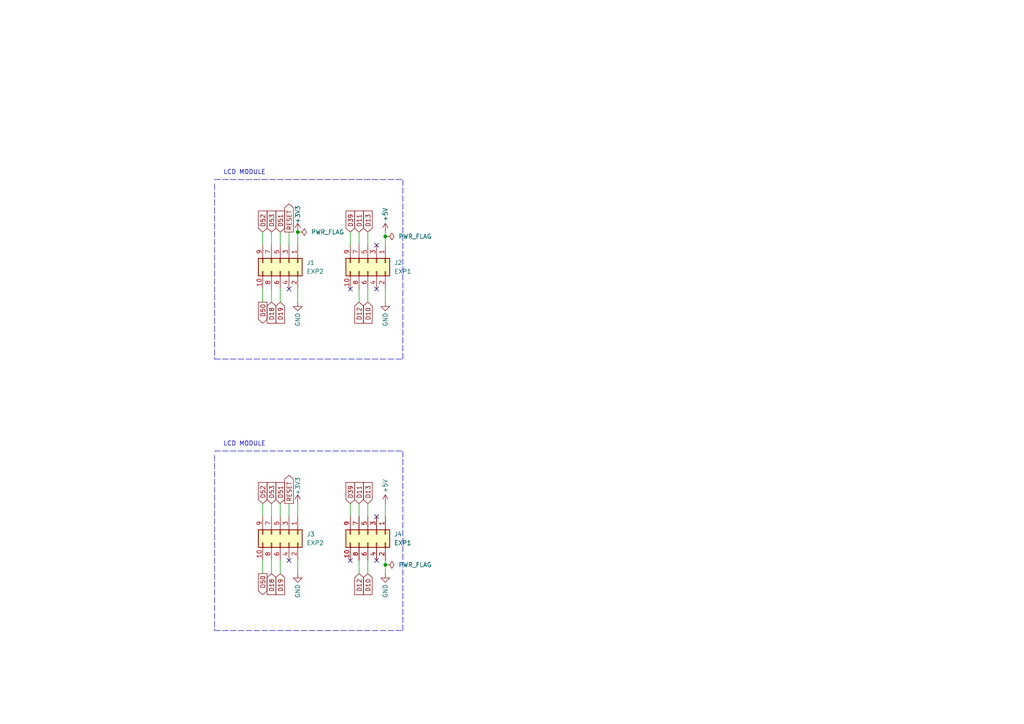
<source format=kicad_sch>
(kicad_sch (version 20210621) (generator eeschema)
  (paper "A4")
  (title_block (title "LCD Adapter") (date "2021-11-22") (rev "V1"))
  (lib_symbols
    (symbol "Connector_Generic:Conn_02x05_Odd_Even" (pin_names (offset 1.016) hide)
      (property "Reference" "J" (at 1.27 7.62 0))
      (property "Value" "Conn_02x05_Odd_Even" (at 1.27 -7.62 0))
      (symbol "Conn_02x05_Odd_Even_1_1"
        (rectangle (start -1.27 -4.953) (end 0 -5.207) (stroke (width 0.1524)))
        (rectangle (start -1.27 -2.413) (end 0 -2.667) (stroke (width 0.1524)))
        (rectangle (start -1.27 0.127) (end 0 -0.127) (stroke (width 0.1524)))
        (rectangle (start -1.27 2.667) (end 0 2.413) (stroke (width 0.1524)))
        (rectangle (start -1.27 5.207) (end 0 4.953) (stroke (width 0.1524)))
        (rectangle (start -1.27 6.35) (end 3.81 -6.35) (stroke (width 0.254)) (fill (type background)))
        (rectangle (start 3.81 -4.953) (end 2.54 -5.207) (stroke (width 0.1524)))
        (rectangle (start 3.81 -2.413) (end 2.54 -2.667) (stroke (width 0.1524)))
        (rectangle (start 3.81 0.127) (end 2.54 -0.127) (stroke (width 0.1524)))
        (rectangle (start 3.81 2.667) (end 2.54 2.413) (stroke (width 0.1524)))
        (rectangle (start 3.81 5.207) (end 2.54 4.953) (stroke (width 0.1524)))
        (pin passive line (at -5.08 5.08 0) (length 3.81) (name "Pin_1") (number "1"))
        (pin passive line (at 7.62 -5.08 180) (length 3.81) (name "Pin_10") (number "10"))
        (pin passive line (at 7.62 5.08 180) (length 3.81) (name "Pin_2") (number "2"))
        (pin passive line (at -5.08 2.54 0) (length 3.81) (name "Pin_3") (number "3"))
        (pin passive line (at 7.62 2.54 180) (length 3.81) (name "Pin_4") (number "4"))
        (pin passive line (at -5.08 0 0) (length 3.81) (name "Pin_5") (number "5"))
        (pin passive line (at 7.62 0 180) (length 3.81) (name "Pin_6") (number "6"))
        (pin passive line (at -5.08 -2.54 0) (length 3.81) (name "Pin_7") (number "7"))
        (pin passive line (at 7.62 -2.54 180) (length 3.81) (name "Pin_8") (number "8"))
        (pin passive line (at -5.08 -5.08 0) (length 3.81) (name "Pin_9") (number "9"))
      )
    )
    (symbol "power:+3.3V" (power) (pin_names (offset 0))
      (property "Value" "+3.3V" (at 0 3.556 0))
      (symbol "+3.3V_0_1"
        (polyline (pts (xy -0.762 1.27) (xy 0 2.54)))
        (polyline (pts (xy 0 0) (xy 0 2.54)))
        (polyline (pts (xy 0 2.54) (xy 0.762 1.27)))
      )
      (symbol "+3.3V_1_1"
        (pin power_in line (at 0 0 90) (length 0) hide (name "+3V3") (number "1"))
      )
    )
    (symbol "power:+5V" (power) (pin_names (offset 0))
      (property "Value" "+5V" (at 0 3.556 0))
      (symbol "+5V_0_1"
        (polyline (pts (xy -0.762 1.27) (xy 0 2.54)))
        (polyline (pts (xy 0 0) (xy 0 2.54)))
        (polyline (pts (xy 0 2.54) (xy 0.762 1.27)))
      )
      (symbol "+5V_1_1"
        (pin power_in line (at 0 0 90) (length 0) hide (name "+5V") (number "1"))
      )
    )
    (symbol "power:GND" (power) (pin_names (offset 0))
      (property "Value" "GND" (at 0 -3.81 0))
      (symbol "GND_0_1"
        (polyline (pts (xy 0 0) (xy 0 -1.27) (xy 1.27 -1.27) (xy 0 -2.54) (xy -1.27 -1.27) (xy 0 -1.27)))
      )
      (symbol "GND_1_1"
        (pin power_in line (at 0 0 270) (length 0) hide (name "GND") (number "1"))
      )
    )
    (symbol "power:PWR_FLAG" (power) (pin_numbers hide) (pin_names (offset 0) hide)
      (property "Value" "PWR_FLAG" (at 0 3.81 0))
      (symbol "PWR_FLAG_0_0"
        (pin power_out line (at 0 0 90) (length 0) (name "pwr") (number "1"))
      )
      (symbol "PWR_FLAG_0_1"
        (polyline (pts (xy 0 0) (xy 0 1.27) (xy -1.016 1.905) (xy 0 2.54) (xy 1.016 1.905) (xy 0 1.27)))
      )
    )
  )
  (junction (at 86.36 67.31))
  (junction (at 111.76 68.58))
  (junction (at 111.76 163.83))
  (no_connect (at 83.82 83.82))
  (no_connect (at 83.82 162.56))
  (no_connect (at 101.6 83.82))
  (no_connect (at 101.6 162.56))
  (no_connect (at 109.22 71.12))
  (no_connect (at 109.22 83.82))
  (no_connect (at 109.22 149.86))
  (no_connect (at 109.22 162.56))
  (wire (pts (xy 76.2 67.31) (xy 76.2 71.12)))
  (wire (pts (xy 76.2 83.82) (xy 76.2 87.63)))
  (wire (pts (xy 76.2 146.05) (xy 76.2 149.86)))
  (wire (pts (xy 76.2 162.56) (xy 76.2 166.37)))
  (wire (pts (xy 78.74 67.31) (xy 78.74 71.12)))
  (wire (pts (xy 78.74 83.82) (xy 78.74 87.63)))
  (wire (pts (xy 78.74 146.05) (xy 78.74 149.86)))
  (wire (pts (xy 78.74 162.56) (xy 78.74 166.37)))
  (wire (pts (xy 81.28 67.31) (xy 81.28 71.12)))
  (wire (pts (xy 81.28 83.82) (xy 81.28 87.63)))
  (wire (pts (xy 81.28 146.05) (xy 81.28 149.86)))
  (wire (pts (xy 81.28 162.56) (xy 81.28 166.37)))
  (wire (pts (xy 83.82 67.31) (xy 83.82 71.12)))
  (wire (pts (xy 83.82 146.05) (xy 83.82 149.86)))
  (wire (pts (xy 86.36 67.31) (xy 86.36 71.12)))
  (wire (pts (xy 86.36 83.82) (xy 86.36 87.63)))
  (wire (pts (xy 86.36 146.05) (xy 86.36 149.86)))
  (wire (pts (xy 86.36 162.56) (xy 86.36 166.37)))
  (wire (pts (xy 101.6 67.31) (xy 101.6 71.12)))
  (wire (pts (xy 101.6 146.05) (xy 101.6 149.86)))
  (wire (pts (xy 104.14 67.31) (xy 104.14 71.12)))
  (wire (pts (xy 104.14 83.82) (xy 104.14 87.63)))
  (wire (pts (xy 104.14 146.05) (xy 104.14 149.86)))
  (wire (pts (xy 104.14 162.56) (xy 104.14 166.37)))
  (wire (pts (xy 106.68 67.31) (xy 106.68 71.12)))
  (wire (pts (xy 106.68 83.82) (xy 106.68 87.63)))
  (wire (pts (xy 106.68 146.05) (xy 106.68 149.86)))
  (wire (pts (xy 106.68 162.56) (xy 106.68 166.37)))
  (wire (pts (xy 111.76 67.31) (xy 111.76 68.58)))
  (wire (pts (xy 111.76 68.58) (xy 111.76 71.12)))
  (wire (pts (xy 111.76 83.82) (xy 111.76 87.63)))
  (wire (pts (xy 111.76 146.05) (xy 111.76 149.86)))
  (wire (pts (xy 111.76 162.56) (xy 111.76 163.83)))
  (wire (pts (xy 111.76 163.83) (xy 111.76 166.37)))
  (polyline (pts (xy 62.23 52.07) (xy 116.84 52.07)))
  (polyline (pts (xy 62.23 53.34) (xy 62.23 104.14)))
  (polyline (pts (xy 62.23 104.14) (xy 116.84 104.14)))
  (polyline (pts (xy 62.23 130.81) (xy 116.84 130.81)))
  (polyline (pts (xy 62.23 132.08) (xy 62.23 182.88)))
  (polyline (pts (xy 62.23 182.88) (xy 116.84 182.88)))
  (polyline (pts (xy 116.84 104.14) (xy 116.84 52.07)))
  (polyline (pts (xy 116.84 182.88) (xy 116.84 130.81)))
  (text "LCD MODULE" (at 64.77 50.8 0) (effects (font (size 1.27 1.27)) (justify left bottom)))
  (text "LCD MODULE" (at 64.77 129.54 0) (effects (font (size 1.27 1.27)) (justify left bottom)))
  (global_label "D52" (shape input) (at 76.2 67.31 90) (property "Intersheet References" "${INTERSHEET_REFS}" (effects hide)))
  (global_label "D50" (shape output) (at 76.2 87.63 270) (property "Intersheet References" "${INTERSHEET_REFS}" (effects hide)))
  (global_label "D52" (shape input) (at 76.2 146.05 90) (property "Intersheet References" "${INTERSHEET_REFS}" (effects hide)))
  (global_label "D50" (shape output) (at 76.2 166.37 270) (property "Intersheet References" "${INTERSHEET_REFS}" (effects hide)))
  (global_label "D53" (shape input) (at 78.74 67.31 90) (property "Intersheet References" "${INTERSHEET_REFS}" (effects hide)))
  (global_label "D18" (shape input) (at 78.74 87.63 270) (property "Intersheet References" "${INTERSHEET_REFS}" (effects hide)))
  (global_label "D53" (shape input) (at 78.74 146.05 90) (property "Intersheet References" "${INTERSHEET_REFS}" (effects hide)))
  (global_label "D18" (shape input) (at 78.74 166.37 270) (property "Intersheet References" "${INTERSHEET_REFS}" (effects hide)))
  (global_label "D51" (shape input) (at 81.28 67.31 90) (property "Intersheet References" "${INTERSHEET_REFS}" (effects hide)))
  (global_label "D19" (shape input) (at 81.28 87.63 270) (property "Intersheet References" "${INTERSHEET_REFS}" (effects hide)))
  (global_label "D51" (shape input) (at 81.28 146.05 90) (property "Intersheet References" "${INTERSHEET_REFS}" (effects hide)))
  (global_label "D19" (shape input) (at 81.28 166.37 270) (property "Intersheet References" "${INTERSHEET_REFS}" (effects hide)))
  (global_label "RESET" (shape output) (at 83.82 67.31 90) (property "Intersheet References" "${INTERSHEET_REFS}" (effects hide)))
  (global_label "RESET" (shape output) (at 83.82 146.05 90) (property "Intersheet References" "${INTERSHEET_REFS}" (effects hide)))
  (global_label "D39" (shape input) (at 101.6 67.31 90) (property "Intersheet References" "${INTERSHEET_REFS}" (effects hide)))
  (global_label "D39" (shape input) (at 101.6 146.05 90) (property "Intersheet References" "${INTERSHEET_REFS}" (effects hide)))
  (global_label "D11" (shape input) (at 104.14 67.31 90) (property "Intersheet References" "${INTERSHEET_REFS}" (effects hide)))
  (global_label "D12" (shape input) (at 104.14 87.63 270) (property "Intersheet References" "${INTERSHEET_REFS}" (effects hide)))
  (global_label "D11" (shape input) (at 104.14 146.05 90) (property "Intersheet References" "${INTERSHEET_REFS}" (effects hide)))
  (global_label "D12" (shape input) (at 104.14 166.37 270) (property "Intersheet References" "${INTERSHEET_REFS}" (effects hide)))
  (global_label "D13" (shape input) (at 106.68 67.31 90) (property "Intersheet References" "${INTERSHEET_REFS}" (effects hide)))
  (global_label "D10" (shape input) (at 106.68 87.63 270) (property "Intersheet References" "${INTERSHEET_REFS}" (effects hide)))
  (global_label "D13" (shape input) (at 106.68 146.05 90) (property "Intersheet References" "${INTERSHEET_REFS}" (effects hide)))
  (global_label "D10" (shape input) (at 106.68 166.37 270) (property "Intersheet References" "${INTERSHEET_REFS}" (effects hide)))
  (symbol (lib_id "power:+3.3V") (at 86.36 67.31 0) (unit 1)
    (property "Reference" "#PWR01" (effects hide))
    (property "Value" "+3.3V" (at 86.36 62.23 90))
  )
  (symbol (lib_id "power:+3.3V") (at 86.36 146.05 0) (unit 1)
    (property "Reference" "#PWR03" (effects hide))
    (property "Value" "+3.3V" (at 86.36 140.97 90))
  )
  (symbol (lib_id "power:+5V") (at 111.76 67.31 0) (unit 1)
    (property "Reference" "#PWR05" (effects hide))
    (property "Value" "+5V" (at 111.76 62.23 90))
  )
  (symbol (lib_id "power:+5V") (at 111.76 146.05 0) (unit 1)
    (property "Reference" "#PWR07" (effects hide))
    (property "Value" "+5V" (at 111.76 140.97 90))
  )
  (symbol (lib_id "power:PWR_FLAG") (at 86.36 67.31 270) (unit 1)
    (property "Reference" "#FLG01" (effects hide))
    (property "Value" "PWR_FLAG" (at 90.17 67.3099 90) (effects (justify left)))
  )
  (symbol (lib_id "power:PWR_FLAG") (at 111.76 68.58 270) (unit 1)
    (property "Reference" "#FLG02" (effects hide))
    (property "Value" "PWR_FLAG" (at 115.57 68.5799 90) (effects (justify left)))
  )
  (symbol (lib_id "power:PWR_FLAG") (at 111.76 163.83 270) (unit 1)
    (property "Reference" "#FLG03" (effects hide))
    (property "Value" "PWR_FLAG" (at 115.57 163.8299 90) (effects (justify left)))
  )
  (symbol (lib_id "power:GND") (at 86.36 87.63 0) (unit 1)
    (property "Reference" "#PWR02" (effects hide))
    (property "Value" "GND" (at 86.36 92.71 90))
  )
  (symbol (lib_id "power:GND") (at 86.36 166.37 0) (unit 1)
    (property "Reference" "#PWR04" (effects hide))
    (property "Value" "GND" (at 86.36 171.45 90))
  )
  (symbol (lib_id "power:GND") (at 111.76 87.63 0) (unit 1)
    (property "Reference" "#PWR06" (effects hide))
    (property "Value" "GND" (at 111.76 92.71 90))
  )
  (symbol (lib_id "power:GND") (at 111.76 166.37 0) (unit 1)
    (property "Reference" "#PWR08" (effects hide))
    (property "Value" "GND" (at 111.76 171.45 90))
  )
  (symbol (lib_id "Connector_Generic:Conn_02x05_Odd_Even") (at 81.28 76.2 270) (unit 1)
    (property "Reference" "J1" (at 88.9 76.1999 90) (effects (justify left)))
    (property "Value" "EXP2" (at 88.9 78.7399 90) (effects (justify left)))
    (property "Footprint" "Connector_IDC:IDC-Header_2x05_P2.54mm_Vertical" (effects hide))
  )
  (symbol (lib_id "Connector_Generic:Conn_02x05_Odd_Even") (at 81.28 154.94 270) (unit 1)
    (property "Reference" "J3" (at 88.9 154.9399 90) (effects (justify left)))
    (property "Value" "EXP2" (at 88.9 157.4799 90) (effects (justify left)))
    (property "Footprint" "Connector_IDC:IDC-Header_2x05_P2.54mm_Vertical" (effects hide))
  )
  (symbol (lib_id "Connector_Generic:Conn_02x05_Odd_Even") (at 106.68 76.2 270) (unit 1)
    (property "Reference" "J2" (at 114.3 76.1999 90) (effects (justify left)))
    (property "Value" "EXP1" (at 114.3 78.7399 90) (effects (justify left)))
    (property "Footprint" "Connector_IDC:IDC-Header_2x05_P2.54mm_Vertical" (effects hide))
  )
  (symbol (lib_id "Connector_Generic:Conn_02x05_Odd_Even") (at 106.68 154.94 270) (unit 1)
    (property "Reference" "J4" (at 114.3 154.9399 90) (effects (justify left)))
    (property "Value" "EXP1" (at 114.3 157.4799 90) (effects (justify left)))
    (property "Footprint" "Connector_IDC:IDC-Header_2x05_P2.54mm_Vertical" (effects hide))
  )
)
</source>
